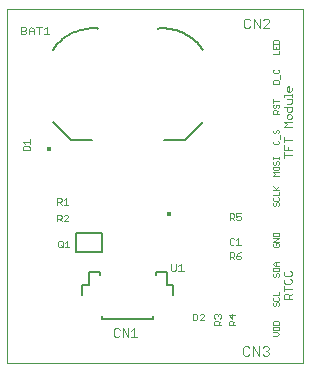
<source format=gto>
G75*
%MOIN*%
%OFA0B0*%
%FSLAX25Y25*%
%IPPOS*%
%LPD*%
%AMOC8*
5,1,8,0,0,1.08239X$1,22.5*
%
%ADD10C,0.00000*%
%ADD11C,0.00200*%
%ADD12R,0.01575X0.01575*%
%ADD13C,0.00500*%
%ADD14C,0.00300*%
%ADD15C,0.00400*%
D10*
X0038526Y0009674D02*
X0038526Y0127784D01*
X0136951Y0127784D01*
X0136951Y0009674D01*
X0038526Y0009674D01*
D11*
X0055896Y0048357D02*
X0055536Y0048717D01*
X0055536Y0050160D01*
X0055896Y0050521D01*
X0056618Y0050521D01*
X0056978Y0050160D01*
X0056978Y0048717D01*
X0056618Y0048357D01*
X0055896Y0048357D01*
X0056257Y0049078D02*
X0056978Y0048357D01*
X0057711Y0048357D02*
X0059153Y0048357D01*
X0058432Y0048357D02*
X0058432Y0050521D01*
X0057711Y0049799D01*
X0057317Y0057018D02*
X0058760Y0058461D01*
X0058760Y0058821D01*
X0058399Y0059182D01*
X0057678Y0059182D01*
X0057317Y0058821D01*
X0056585Y0058821D02*
X0056585Y0058100D01*
X0056224Y0057739D01*
X0055142Y0057739D01*
X0055142Y0057018D02*
X0055142Y0059182D01*
X0056224Y0059182D01*
X0056585Y0058821D01*
X0055863Y0057739D02*
X0056585Y0057018D01*
X0057317Y0057018D02*
X0058760Y0057018D01*
X0058760Y0062530D02*
X0057317Y0062530D01*
X0058038Y0062530D02*
X0058038Y0064694D01*
X0057317Y0063973D01*
X0056585Y0064333D02*
X0056585Y0063612D01*
X0056224Y0063251D01*
X0055142Y0063251D01*
X0055142Y0062530D02*
X0055142Y0064694D01*
X0056224Y0064694D01*
X0056585Y0064333D01*
X0055863Y0063251D02*
X0056585Y0062530D01*
X0045906Y0080640D02*
X0043742Y0080640D01*
X0043742Y0081722D01*
X0044103Y0082083D01*
X0045546Y0082083D01*
X0045906Y0081722D01*
X0045906Y0080640D01*
X0045906Y0082815D02*
X0045906Y0084258D01*
X0045906Y0083537D02*
X0043742Y0083537D01*
X0044464Y0082815D01*
X0044400Y0119262D02*
X0043121Y0119262D01*
X0043121Y0121820D01*
X0044400Y0121820D01*
X0044827Y0121394D01*
X0044827Y0120968D01*
X0044400Y0120541D01*
X0043121Y0120541D01*
X0044400Y0120541D02*
X0044827Y0120115D01*
X0044827Y0119689D01*
X0044400Y0119262D01*
X0045659Y0119262D02*
X0045659Y0120968D01*
X0046512Y0121820D01*
X0047364Y0120968D01*
X0047364Y0119262D01*
X0047364Y0120541D02*
X0045659Y0120541D01*
X0048196Y0121820D02*
X0049902Y0121820D01*
X0049049Y0121820D02*
X0049049Y0119262D01*
X0050734Y0119262D02*
X0052439Y0119262D01*
X0051587Y0119262D02*
X0051587Y0121820D01*
X0050734Y0120968D01*
X0112642Y0059576D02*
X0112642Y0057412D01*
X0112642Y0058133D02*
X0113724Y0058133D01*
X0114084Y0058494D01*
X0114084Y0059215D01*
X0113724Y0059576D01*
X0112642Y0059576D01*
X0113363Y0058133D02*
X0114084Y0057412D01*
X0114817Y0057772D02*
X0115177Y0057412D01*
X0115899Y0057412D01*
X0116259Y0057772D01*
X0116259Y0058494D01*
X0115899Y0058855D01*
X0115538Y0058855D01*
X0114817Y0058494D01*
X0114817Y0059576D01*
X0116259Y0059576D01*
X0115538Y0051308D02*
X0115538Y0049144D01*
X0114817Y0049144D02*
X0116259Y0049144D01*
X0114817Y0050587D02*
X0115538Y0051308D01*
X0114084Y0050947D02*
X0113724Y0051308D01*
X0113002Y0051308D01*
X0112642Y0050947D01*
X0112642Y0049505D01*
X0113002Y0049144D01*
X0113724Y0049144D01*
X0114084Y0049505D01*
X0113724Y0046584D02*
X0112642Y0046584D01*
X0112642Y0044420D01*
X0112642Y0045141D02*
X0113724Y0045141D01*
X0114084Y0045502D01*
X0114084Y0046223D01*
X0113724Y0046584D01*
X0113363Y0045141D02*
X0114084Y0044420D01*
X0114817Y0044780D02*
X0115177Y0044420D01*
X0115899Y0044420D01*
X0116259Y0044780D01*
X0116259Y0045141D01*
X0115899Y0045502D01*
X0114817Y0045502D01*
X0114817Y0044780D01*
X0114817Y0045502D02*
X0115538Y0046223D01*
X0116259Y0046584D01*
X0127207Y0048689D02*
X0127502Y0048394D01*
X0128682Y0048394D01*
X0128977Y0048689D01*
X0128977Y0049279D01*
X0128682Y0049574D01*
X0128092Y0049574D01*
X0128092Y0048984D01*
X0127502Y0049574D02*
X0127207Y0049279D01*
X0127207Y0048689D01*
X0127207Y0050206D02*
X0128977Y0051386D01*
X0127207Y0051386D01*
X0127207Y0052019D02*
X0127207Y0052904D01*
X0127502Y0053199D01*
X0128682Y0053199D01*
X0128977Y0052904D01*
X0128977Y0052019D01*
X0127207Y0052019D01*
X0127207Y0050206D02*
X0128977Y0050206D01*
X0128977Y0043356D02*
X0127797Y0043356D01*
X0127207Y0042766D01*
X0127797Y0042176D01*
X0128977Y0042176D01*
X0128682Y0041544D02*
X0127502Y0041544D01*
X0127207Y0041249D01*
X0127207Y0040364D01*
X0128977Y0040364D01*
X0128977Y0041249D01*
X0128682Y0041544D01*
X0128092Y0042176D02*
X0128092Y0043356D01*
X0128387Y0039731D02*
X0128682Y0039731D01*
X0128977Y0039436D01*
X0128977Y0038846D01*
X0128682Y0038551D01*
X0128092Y0038846D02*
X0128092Y0039436D01*
X0128387Y0039731D01*
X0127502Y0039731D02*
X0127207Y0039436D01*
X0127207Y0038846D01*
X0127502Y0038551D01*
X0127797Y0038551D01*
X0128092Y0038846D01*
X0130750Y0039116D02*
X0131176Y0038690D01*
X0132882Y0038690D01*
X0133308Y0039116D01*
X0133308Y0039969D01*
X0132882Y0040395D01*
X0131176Y0040395D02*
X0130750Y0039969D01*
X0130750Y0039116D01*
X0131176Y0037857D02*
X0130750Y0037431D01*
X0130750Y0036578D01*
X0131176Y0036152D01*
X0132882Y0036152D01*
X0133308Y0036578D01*
X0133308Y0037431D01*
X0132882Y0037857D01*
X0130750Y0035320D02*
X0130750Y0033614D01*
X0130750Y0034467D02*
X0133308Y0034467D01*
X0133308Y0032782D02*
X0132455Y0031929D01*
X0132455Y0032356D02*
X0132455Y0031077D01*
X0133308Y0031077D02*
X0130750Y0031077D01*
X0130750Y0032356D01*
X0131176Y0032782D01*
X0132029Y0032782D01*
X0132455Y0032356D01*
X0128977Y0032334D02*
X0128977Y0033514D01*
X0128977Y0032334D02*
X0127207Y0032334D01*
X0127502Y0031701D02*
X0127207Y0031406D01*
X0127207Y0030816D01*
X0127502Y0030521D01*
X0128682Y0030521D01*
X0128977Y0030816D01*
X0128977Y0031406D01*
X0128682Y0031701D01*
X0128682Y0029889D02*
X0128977Y0029594D01*
X0128977Y0029004D01*
X0128682Y0028709D01*
X0128092Y0029004D02*
X0127797Y0028709D01*
X0127502Y0028709D01*
X0127207Y0029004D01*
X0127207Y0029594D01*
X0127502Y0029889D01*
X0128092Y0029594D02*
X0128387Y0029889D01*
X0128682Y0029889D01*
X0128092Y0029594D02*
X0128092Y0029004D01*
X0127502Y0023671D02*
X0127207Y0023376D01*
X0127207Y0022491D01*
X0128977Y0022491D01*
X0128977Y0023376D01*
X0128682Y0023671D01*
X0127502Y0023671D01*
X0127502Y0021859D02*
X0127207Y0021564D01*
X0127207Y0020679D01*
X0128977Y0020679D01*
X0128977Y0021564D01*
X0128682Y0021859D01*
X0127502Y0021859D01*
X0127207Y0020046D02*
X0128387Y0020046D01*
X0128977Y0019456D01*
X0128387Y0018866D01*
X0127207Y0018866D01*
X0114410Y0022353D02*
X0112246Y0022353D01*
X0112246Y0023435D01*
X0112607Y0023796D01*
X0113328Y0023796D01*
X0113689Y0023435D01*
X0113689Y0022353D01*
X0113689Y0023074D02*
X0114410Y0023796D01*
X0113328Y0024528D02*
X0113328Y0025971D01*
X0112246Y0025610D02*
X0113328Y0024528D01*
X0114410Y0025610D02*
X0112246Y0025610D01*
X0109686Y0025610D02*
X0109686Y0024889D01*
X0109325Y0024528D01*
X0109686Y0023796D02*
X0108964Y0023074D01*
X0108964Y0023435D02*
X0108964Y0022353D01*
X0109686Y0022353D02*
X0107522Y0022353D01*
X0107522Y0023435D01*
X0107882Y0023796D01*
X0108604Y0023796D01*
X0108964Y0023435D01*
X0107882Y0024528D02*
X0107522Y0024889D01*
X0107522Y0025610D01*
X0107882Y0025971D01*
X0108243Y0025971D01*
X0108604Y0025610D01*
X0108964Y0025971D01*
X0109325Y0025971D01*
X0109686Y0025610D01*
X0108604Y0025610D02*
X0108604Y0025249D01*
X0104055Y0025390D02*
X0104055Y0025751D01*
X0103694Y0026111D01*
X0102973Y0026111D01*
X0102612Y0025751D01*
X0101880Y0025751D02*
X0101519Y0026111D01*
X0100437Y0026111D01*
X0100437Y0023947D01*
X0101519Y0023947D01*
X0101880Y0024308D01*
X0101880Y0025751D01*
X0102612Y0023947D02*
X0104055Y0025390D01*
X0104055Y0023947D02*
X0102612Y0023947D01*
X0097231Y0040242D02*
X0095497Y0040242D01*
X0096364Y0040242D02*
X0096364Y0042844D01*
X0095497Y0041977D01*
X0094653Y0042844D02*
X0094653Y0040675D01*
X0094219Y0040242D01*
X0093352Y0040242D01*
X0092918Y0040675D01*
X0092918Y0042844D01*
X0127207Y0062349D02*
X0127502Y0062054D01*
X0127797Y0062054D01*
X0128092Y0062349D01*
X0128092Y0062939D01*
X0128387Y0063234D01*
X0128682Y0063234D01*
X0128977Y0062939D01*
X0128977Y0062349D01*
X0128682Y0062054D01*
X0127207Y0062349D02*
X0127207Y0062939D01*
X0127502Y0063234D01*
X0127502Y0063867D02*
X0128682Y0063867D01*
X0128977Y0064162D01*
X0128977Y0064752D01*
X0128682Y0065047D01*
X0128977Y0065680D02*
X0127207Y0065680D01*
X0127502Y0065047D02*
X0127207Y0064752D01*
X0127207Y0064162D01*
X0127502Y0063867D01*
X0128977Y0065680D02*
X0128977Y0066860D01*
X0128977Y0067492D02*
X0127207Y0067492D01*
X0128092Y0067787D02*
X0128977Y0068672D01*
X0128387Y0067492D02*
X0127207Y0068672D01*
X0127207Y0072199D02*
X0127797Y0072789D01*
X0127207Y0073379D01*
X0128977Y0073379D01*
X0128682Y0074012D02*
X0128977Y0074307D01*
X0128977Y0074897D01*
X0128682Y0075192D01*
X0127502Y0075192D01*
X0127207Y0074897D01*
X0127207Y0074307D01*
X0127502Y0074012D01*
X0128682Y0074012D01*
X0128682Y0075824D02*
X0128977Y0076119D01*
X0128977Y0076709D01*
X0128682Y0077004D01*
X0128387Y0077004D01*
X0128092Y0076709D01*
X0128092Y0076119D01*
X0127797Y0075824D01*
X0127502Y0075824D01*
X0127207Y0076119D01*
X0127207Y0076709D01*
X0127502Y0077004D01*
X0127207Y0077637D02*
X0127207Y0078227D01*
X0127207Y0077932D02*
X0128977Y0077932D01*
X0128977Y0077637D02*
X0128977Y0078227D01*
X0130750Y0078218D02*
X0130750Y0079923D01*
X0130750Y0080755D02*
X0130750Y0082461D01*
X0130750Y0083293D02*
X0130750Y0084998D01*
X0130750Y0084145D02*
X0133308Y0084145D01*
X0132029Y0081608D02*
X0132029Y0080755D01*
X0133308Y0080755D02*
X0130750Y0080755D01*
X0130750Y0079070D02*
X0133308Y0079070D01*
X0128977Y0082941D02*
X0128977Y0083531D01*
X0128682Y0083826D01*
X0129272Y0084458D02*
X0129272Y0085638D01*
X0128682Y0086271D02*
X0128977Y0086566D01*
X0128977Y0087156D01*
X0128682Y0087451D01*
X0128387Y0087451D01*
X0128092Y0087156D01*
X0128092Y0086566D01*
X0127797Y0086271D01*
X0127502Y0086271D01*
X0127207Y0086566D01*
X0127207Y0087156D01*
X0127502Y0087451D01*
X0127502Y0083826D02*
X0127207Y0083531D01*
X0127207Y0082941D01*
X0127502Y0082646D01*
X0128682Y0082646D01*
X0128977Y0082941D01*
X0130750Y0088368D02*
X0131602Y0089221D01*
X0130750Y0090073D01*
X0133308Y0090073D01*
X0132882Y0090906D02*
X0133308Y0091332D01*
X0133308Y0092185D01*
X0132882Y0092611D01*
X0132029Y0092611D01*
X0131602Y0092185D01*
X0131602Y0091332D01*
X0132029Y0090906D01*
X0132882Y0090906D01*
X0133308Y0088368D02*
X0130750Y0088368D01*
X0128977Y0092882D02*
X0127207Y0092882D01*
X0127207Y0093767D01*
X0127502Y0094062D01*
X0128092Y0094062D01*
X0128387Y0093767D01*
X0128387Y0092882D01*
X0128387Y0093472D02*
X0128977Y0094062D01*
X0128682Y0094695D02*
X0128977Y0094989D01*
X0128977Y0095580D01*
X0128682Y0095875D01*
X0128387Y0095875D01*
X0128092Y0095580D01*
X0128092Y0094989D01*
X0127797Y0094695D01*
X0127502Y0094695D01*
X0127207Y0094989D01*
X0127207Y0095580D01*
X0127502Y0095875D01*
X0127207Y0096507D02*
X0127207Y0097687D01*
X0127207Y0097097D02*
X0128977Y0097097D01*
X0130750Y0098518D02*
X0130750Y0098945D01*
X0133308Y0098945D01*
X0133308Y0099371D02*
X0133308Y0098518D01*
X0133308Y0097686D02*
X0131602Y0097686D01*
X0131602Y0095981D02*
X0132882Y0095981D01*
X0133308Y0096407D01*
X0133308Y0097686D01*
X0132882Y0100210D02*
X0132029Y0100210D01*
X0131602Y0100636D01*
X0131602Y0101489D01*
X0132029Y0101916D01*
X0132455Y0101916D01*
X0132455Y0100210D01*
X0132882Y0100210D02*
X0133308Y0100636D01*
X0133308Y0101489D01*
X0129272Y0104537D02*
X0129272Y0105717D01*
X0128682Y0106350D02*
X0128977Y0106645D01*
X0128977Y0107235D01*
X0128682Y0107530D01*
X0127502Y0107530D02*
X0127207Y0107235D01*
X0127207Y0106645D01*
X0127502Y0106350D01*
X0128682Y0106350D01*
X0128682Y0103904D02*
X0127502Y0103904D01*
X0127207Y0103609D01*
X0127207Y0102724D01*
X0128977Y0102724D01*
X0128977Y0103609D01*
X0128682Y0103904D01*
X0128977Y0112567D02*
X0127207Y0112567D01*
X0128977Y0112567D02*
X0128977Y0113747D01*
X0128977Y0114380D02*
X0127207Y0114380D01*
X0127207Y0115560D01*
X0127207Y0116192D02*
X0127207Y0117077D01*
X0127502Y0117372D01*
X0128682Y0117372D01*
X0128977Y0117077D01*
X0128977Y0116192D01*
X0127207Y0116192D01*
X0128092Y0114970D02*
X0128092Y0114380D01*
X0128977Y0114380D02*
X0128977Y0115560D01*
X0130750Y0095149D02*
X0133308Y0095149D01*
X0133308Y0093870D01*
X0132882Y0093443D01*
X0132029Y0093443D01*
X0131602Y0093870D01*
X0131602Y0095149D01*
X0128977Y0072199D02*
X0127207Y0072199D01*
D12*
X0092463Y0059477D03*
X0052305Y0080934D03*
D13*
X0059683Y0084194D02*
X0066683Y0084194D01*
X0059683Y0084194D02*
X0053683Y0090194D01*
X0053683Y0114194D02*
X0053910Y0114517D01*
X0054145Y0114834D01*
X0054387Y0115146D01*
X0054637Y0115451D01*
X0054894Y0115751D01*
X0055158Y0116044D01*
X0055430Y0116331D01*
X0055708Y0116611D01*
X0055993Y0116884D01*
X0056284Y0117150D01*
X0056582Y0117409D01*
X0056886Y0117660D01*
X0057196Y0117905D01*
X0057512Y0118141D01*
X0057834Y0118370D01*
X0058161Y0118591D01*
X0058493Y0118804D01*
X0058830Y0119009D01*
X0059173Y0119206D01*
X0059519Y0119394D01*
X0059871Y0119574D01*
X0060226Y0119745D01*
X0060586Y0119908D01*
X0060949Y0120061D01*
X0061317Y0120206D01*
X0061687Y0120342D01*
X0062061Y0120469D01*
X0062438Y0120587D01*
X0062817Y0120696D01*
X0063199Y0120795D01*
X0063583Y0120885D01*
X0063970Y0120966D01*
X0064358Y0121037D01*
X0064747Y0121099D01*
X0065139Y0121152D01*
X0065531Y0121195D01*
X0065924Y0121228D01*
X0066318Y0121252D01*
X0066713Y0121266D01*
X0067107Y0121271D01*
X0067502Y0121266D01*
X0067896Y0121252D01*
X0068290Y0121228D01*
X0068684Y0121194D01*
X0088683Y0121194D02*
X0089077Y0121228D01*
X0089471Y0121252D01*
X0089865Y0121266D01*
X0090260Y0121271D01*
X0090654Y0121266D01*
X0091049Y0121252D01*
X0091443Y0121228D01*
X0091836Y0121195D01*
X0092228Y0121152D01*
X0092620Y0121099D01*
X0093009Y0121037D01*
X0093397Y0120966D01*
X0093784Y0120885D01*
X0094168Y0120795D01*
X0094550Y0120696D01*
X0094929Y0120587D01*
X0095306Y0120469D01*
X0095680Y0120342D01*
X0096050Y0120206D01*
X0096418Y0120061D01*
X0096781Y0119908D01*
X0097141Y0119745D01*
X0097496Y0119574D01*
X0097848Y0119394D01*
X0098194Y0119206D01*
X0098537Y0119009D01*
X0098874Y0118804D01*
X0099206Y0118591D01*
X0099533Y0118370D01*
X0099855Y0118141D01*
X0100171Y0117905D01*
X0100481Y0117660D01*
X0100785Y0117409D01*
X0101083Y0117150D01*
X0101374Y0116884D01*
X0101659Y0116611D01*
X0101937Y0116331D01*
X0102209Y0116044D01*
X0102473Y0115751D01*
X0102730Y0115451D01*
X0102980Y0115146D01*
X0103222Y0114834D01*
X0103457Y0114517D01*
X0103684Y0114194D01*
X0103683Y0090194D02*
X0097683Y0084194D01*
X0090683Y0084194D01*
X0070022Y0052981D02*
X0061361Y0052981D01*
X0061361Y0046682D01*
X0070022Y0046682D01*
X0070022Y0052981D01*
X0069431Y0039989D02*
X0065691Y0039989D01*
X0065691Y0035658D01*
X0063526Y0035658D01*
X0063526Y0032509D01*
X0069431Y0039202D02*
X0069431Y0039989D01*
X0070219Y0025422D02*
X0070219Y0024241D01*
X0087148Y0024241D01*
X0087148Y0025422D01*
X0093841Y0032509D02*
X0093841Y0035658D01*
X0091676Y0035658D01*
X0091676Y0039989D01*
X0087935Y0039989D01*
X0087935Y0039202D01*
D14*
X0080821Y0021337D02*
X0080821Y0018485D01*
X0079870Y0018485D02*
X0081772Y0018485D01*
X0079870Y0020387D02*
X0080821Y0021337D01*
X0078872Y0021337D02*
X0078872Y0018485D01*
X0076970Y0021337D01*
X0076970Y0018485D01*
X0075971Y0018961D02*
X0075496Y0018485D01*
X0074545Y0018485D01*
X0074070Y0018961D01*
X0074070Y0020862D01*
X0074545Y0021337D01*
X0075496Y0021337D01*
X0075971Y0020862D01*
D15*
X0117129Y0014747D02*
X0117129Y0012679D01*
X0117646Y0012161D01*
X0118680Y0012161D01*
X0119197Y0012679D01*
X0120351Y0012161D02*
X0120351Y0015264D01*
X0122420Y0012161D01*
X0122420Y0015264D01*
X0123574Y0014747D02*
X0124091Y0015264D01*
X0125125Y0015264D01*
X0125642Y0014747D01*
X0125642Y0014230D01*
X0125125Y0013713D01*
X0125642Y0013196D01*
X0125642Y0012679D01*
X0125125Y0012161D01*
X0124091Y0012161D01*
X0123574Y0012679D01*
X0124608Y0013713D02*
X0125125Y0013713D01*
X0119197Y0014747D02*
X0118680Y0015264D01*
X0117646Y0015264D01*
X0117129Y0014747D01*
X0117865Y0121370D02*
X0118899Y0121370D01*
X0119416Y0121887D01*
X0120571Y0121370D02*
X0120571Y0124473D01*
X0122639Y0121370D01*
X0122639Y0124473D01*
X0123794Y0123956D02*
X0124311Y0124473D01*
X0125345Y0124473D01*
X0125862Y0123956D01*
X0125862Y0123439D01*
X0123794Y0121370D01*
X0125862Y0121370D01*
X0119416Y0123956D02*
X0118899Y0124473D01*
X0117865Y0124473D01*
X0117348Y0123956D01*
X0117348Y0121887D01*
X0117865Y0121370D01*
M02*

</source>
